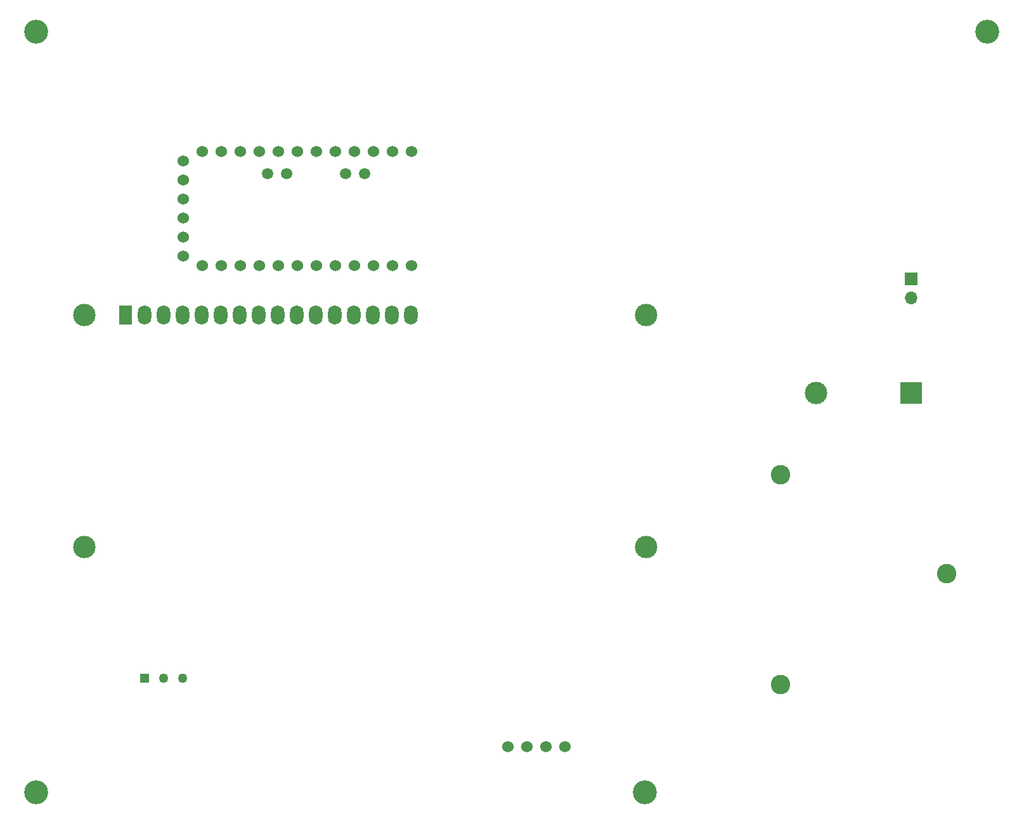
<source format=gbr>
%TF.GenerationSoftware,KiCad,Pcbnew,5.1.10-88a1d61d58~88~ubuntu18.04.1*%
%TF.CreationDate,2021-11-19T11:59:42+11:00*%
%TF.ProjectId,distanceSensorUltrasonicLCD,64697374-616e-4636-9553-656e736f7255,1.0*%
%TF.SameCoordinates,Original*%
%TF.FileFunction,Soldermask,Bot*%
%TF.FilePolarity,Negative*%
%FSLAX46Y46*%
G04 Gerber Fmt 4.6, Leading zero omitted, Abs format (unit mm)*
G04 Created by KiCad (PCBNEW 5.1.10-88a1d61d58~88~ubuntu18.04.1) date 2021-11-19 11:59:42*
%MOMM*%
%LPD*%
G01*
G04 APERTURE LIST*
%ADD10R,1.268000X1.268000*%
%ADD11C,1.268000*%
%ADD12R,1.800000X2.600000*%
%ADD13O,1.800000X2.600000*%
%ADD14C,3.000000*%
%ADD15C,1.530000*%
%ADD16C,3.200000*%
%ADD17C,1.524000*%
%ADD18C,1.500000*%
%ADD19R,3.000000X3.000000*%
%ADD20C,2.600000*%
%ADD21R,1.700000X1.700000*%
%ADD22O,1.700000X1.700000*%
G04 APERTURE END LIST*
D10*
%TO.C,RV1*%
X108458000Y-134620000D03*
D11*
X110998000Y-134620000D03*
X113538000Y-134620000D03*
%TD*%
D12*
%TO.C,U3*%
X105918000Y-86106000D03*
D13*
X108458000Y-86106000D03*
X110998000Y-86106000D03*
X113538000Y-86106000D03*
X116078000Y-86106000D03*
X118618000Y-86106000D03*
X121158000Y-86106000D03*
X123698000Y-86106000D03*
X126238000Y-86106000D03*
X128778000Y-86106000D03*
X131318000Y-86106000D03*
X133858000Y-86106000D03*
X136398000Y-86106000D03*
X138938000Y-86106000D03*
X141478000Y-86106000D03*
X144018000Y-86106000D03*
D14*
X100418900Y-86106000D03*
X100418900Y-117106700D03*
X175417480Y-117106700D03*
X175418000Y-86106000D03*
%TD*%
D15*
%TO.C,U2*%
X159512000Y-143764000D03*
X162052000Y-143764000D03*
X164592000Y-143764000D03*
X156972000Y-143764000D03*
%TD*%
D16*
%TO.C,REF\u002A\u002A*%
X175260000Y-149860000D03*
%TD*%
%TO.C,REF\u002A\u002A*%
X93980000Y-48260000D03*
%TD*%
%TO.C,REF\u002A\u002A*%
X220980000Y-48260000D03*
%TD*%
%TO.C,REF\u002A\u002A*%
X93980000Y-149860000D03*
%TD*%
D17*
%TO.C,FTDI1*%
X113563400Y-78232000D03*
X113563400Y-75692000D03*
X113563400Y-73152000D03*
X113563400Y-70612000D03*
X113563400Y-68072000D03*
X113563400Y-65532000D03*
X116103400Y-79502000D03*
X118643400Y-79502000D03*
X121183400Y-79502000D03*
X123723400Y-79502000D03*
X126263400Y-79502000D03*
X128803400Y-79502000D03*
X131343400Y-79502000D03*
X133883400Y-79502000D03*
X136423400Y-79502000D03*
X138963400Y-79502000D03*
X141503400Y-79502000D03*
X144043400Y-79502000D03*
X116103400Y-64262000D03*
X118643400Y-64262000D03*
X121183400Y-64262000D03*
X123723400Y-64262000D03*
X126263400Y-64262000D03*
X128803400Y-64262000D03*
X131343400Y-64262000D03*
X133883400Y-64262000D03*
X136423400Y-64262000D03*
X138963400Y-64262000D03*
X141503400Y-64262000D03*
X144043400Y-64262000D03*
D18*
X124866400Y-67183000D03*
X127406400Y-67183000D03*
X135280400Y-67183000D03*
X137820400Y-67183000D03*
%TD*%
D14*
%TO.C,BT1*%
X198120000Y-96520000D03*
D19*
X210820000Y-96520000D03*
D20*
X193370000Y-107420000D03*
X193370000Y-135420000D03*
X215570000Y-120670000D03*
%TD*%
D21*
%TO.C,SW1*%
X210820000Y-81280000D03*
D22*
X210820000Y-83820000D03*
%TD*%
M02*

</source>
